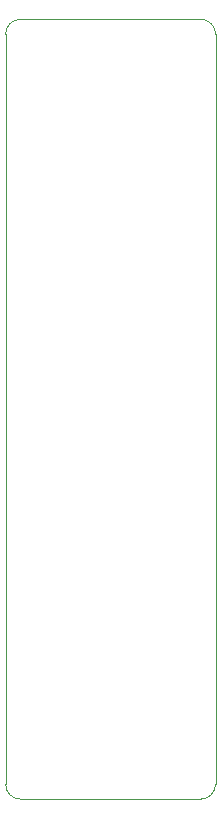
<source format=gbr>
G04 #@! TF.GenerationSoftware,KiCad,Pcbnew,(5.1.9)-1*
G04 #@! TF.CreationDate,2021-04-04T18:01:09+02:00*
G04 #@! TF.ProjectId,Power Modul Main,506f7765-7220-44d6-9f64-756c204d6169,rev?*
G04 #@! TF.SameCoordinates,Original*
G04 #@! TF.FileFunction,Profile,NP*
%FSLAX46Y46*%
G04 Gerber Fmt 4.6, Leading zero omitted, Abs format (unit mm)*
G04 Created by KiCad (PCBNEW (5.1.9)-1) date 2021-04-04 18:01:09*
%MOMM*%
%LPD*%
G01*
G04 APERTURE LIST*
G04 #@! TA.AperFunction,Profile*
%ADD10C,0.050000*%
G04 #@! TD*
G04 APERTURE END LIST*
D10*
X17780000Y-64770000D02*
X17780000Y-1270000D01*
X17780000Y-64770000D02*
G75*
G02*
X16510000Y-66040000I-1270000J0D01*
G01*
X1270000Y-66040000D02*
X16510000Y-66040000D01*
X1270000Y-66040000D02*
G75*
G02*
X0Y-64770000I0J1270000D01*
G01*
X0Y-1270000D02*
X0Y-64770000D01*
X16510000Y0D02*
G75*
G02*
X17780000Y-1270000I0J-1270000D01*
G01*
X0Y-1270000D02*
G75*
G02*
X1270000Y0I1270000J0D01*
G01*
X1270000Y0D02*
X16510000Y0D01*
M02*

</source>
